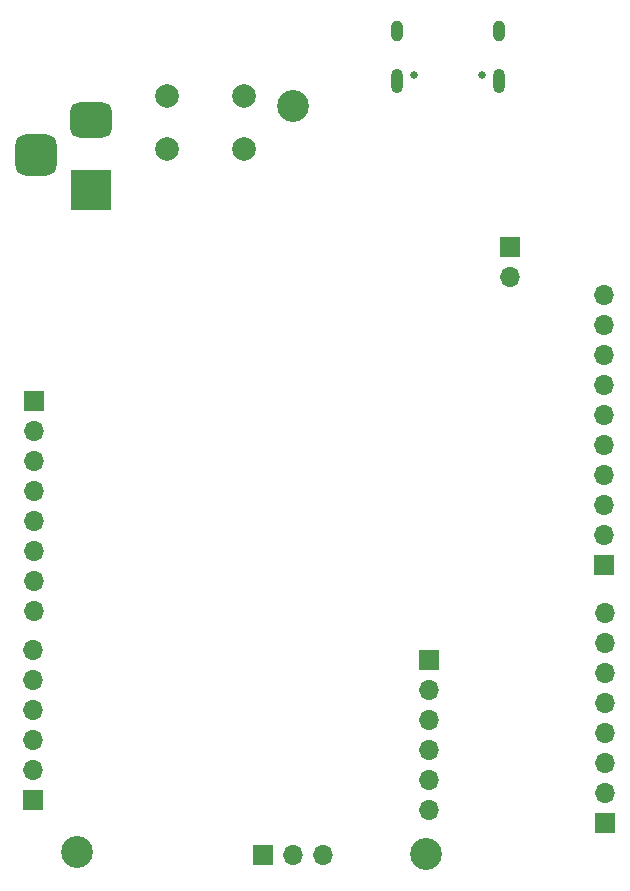
<source format=gbr>
%TF.GenerationSoftware,KiCad,Pcbnew,7.0.10*%
%TF.CreationDate,2024-01-11T23:08:57+05:30*%
%TF.ProjectId,rp2040-basic-m1,72703230-3430-42d6-9261-7369632d6d31,rev?*%
%TF.SameCoordinates,Original*%
%TF.FileFunction,Soldermask,Bot*%
%TF.FilePolarity,Negative*%
%FSLAX46Y46*%
G04 Gerber Fmt 4.6, Leading zero omitted, Abs format (unit mm)*
G04 Created by KiCad (PCBNEW 7.0.10) date 2024-01-11 23:08:57*
%MOMM*%
%LPD*%
G01*
G04 APERTURE LIST*
G04 Aperture macros list*
%AMRoundRect*
0 Rectangle with rounded corners*
0 $1 Rounding radius*
0 $2 $3 $4 $5 $6 $7 $8 $9 X,Y pos of 4 corners*
0 Add a 4 corners polygon primitive as box body*
4,1,4,$2,$3,$4,$5,$6,$7,$8,$9,$2,$3,0*
0 Add four circle primitives for the rounded corners*
1,1,$1+$1,$2,$3*
1,1,$1+$1,$4,$5*
1,1,$1+$1,$6,$7*
1,1,$1+$1,$8,$9*
0 Add four rect primitives between the rounded corners*
20,1,$1+$1,$2,$3,$4,$5,0*
20,1,$1+$1,$4,$5,$6,$7,0*
20,1,$1+$1,$6,$7,$8,$9,0*
20,1,$1+$1,$8,$9,$2,$3,0*%
G04 Aperture macros list end*
%ADD10R,1.700000X1.700000*%
%ADD11O,1.700000X1.700000*%
%ADD12C,2.700000*%
%ADD13C,2.000000*%
%ADD14C,0.650000*%
%ADD15O,1.000000X2.100000*%
%ADD16O,1.000000X1.800000*%
%ADD17R,3.500000X3.500000*%
%ADD18RoundRect,0.750000X-1.000000X0.750000X-1.000000X-0.750000X1.000000X-0.750000X1.000000X0.750000X0*%
%ADD19RoundRect,0.875000X-0.875000X0.875000X-0.875000X-0.875000X0.875000X-0.875000X0.875000X0.875000X0*%
G04 APERTURE END LIST*
D10*
%TO.C,J7*%
X260300000Y-93170000D03*
D11*
X260300000Y-95710000D03*
X260300000Y-98250000D03*
X260300000Y-100790000D03*
X260300000Y-103330000D03*
X260300000Y-105870000D03*
%TD*%
D12*
%TO.C,REF\u002A\u002A*%
X248820000Y-46250000D03*
%TD*%
%TO.C,REF\u002A\u002A*%
X260080000Y-109540000D03*
%TD*%
%TO.C,REF\u002A\u002A*%
X230560000Y-109360000D03*
%TD*%
D13*
%TO.C,SW2*%
X238150000Y-45375000D03*
X244650000Y-45375000D03*
X238150000Y-49875000D03*
X244650000Y-49875000D03*
%TD*%
D10*
%TO.C,5V*%
X267210000Y-58150000D03*
D11*
X267210000Y-60690000D03*
%TD*%
D10*
%TO.C,J6*%
X226850000Y-71180000D03*
D11*
X226850000Y-73720000D03*
X226850000Y-76260000D03*
X226850000Y-78800000D03*
X226850000Y-81340000D03*
X226850000Y-83880000D03*
X226850000Y-86420000D03*
X226850000Y-88960000D03*
%TD*%
D10*
%TO.C,J3*%
X275170000Y-85110000D03*
D11*
X275170000Y-82570000D03*
X275170000Y-80030000D03*
X275170000Y-77490000D03*
X275170000Y-74950000D03*
X275170000Y-72410000D03*
X275170000Y-69870000D03*
X275170000Y-67330000D03*
X275170000Y-64790000D03*
X275170000Y-62250000D03*
%TD*%
D10*
%TO.C,J4*%
X275250000Y-106930000D03*
D11*
X275250000Y-104390000D03*
X275250000Y-101850000D03*
X275250000Y-99310000D03*
X275250000Y-96770000D03*
X275250000Y-94230000D03*
X275250000Y-91690000D03*
X275250000Y-89150000D03*
%TD*%
D10*
%TO.C,J5*%
X226770000Y-105010000D03*
D11*
X226770000Y-102470000D03*
X226770000Y-99930000D03*
X226770000Y-97390000D03*
X226770000Y-94850000D03*
X226770000Y-92310000D03*
%TD*%
D14*
%TO.C,J1*%
X264815000Y-43580000D03*
X259035000Y-43580000D03*
D15*
X266245000Y-44100000D03*
D16*
X266245000Y-39900000D03*
D15*
X257605000Y-44100000D03*
D16*
X257605000Y-39900000D03*
%TD*%
D17*
%TO.C,J9*%
X231725000Y-53375000D03*
D18*
X231725000Y-47375000D03*
D19*
X227025000Y-50375000D03*
%TD*%
D10*
%TO.C,J8*%
X246270000Y-109650000D03*
D11*
X248810000Y-109650000D03*
X251350000Y-109650000D03*
%TD*%
M02*

</source>
